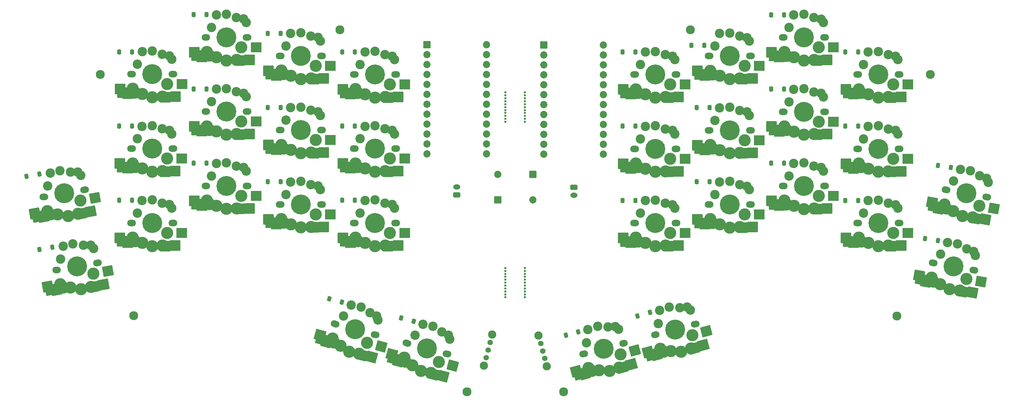
<source format=gbr>
%TF.GenerationSoftware,KiCad,Pcbnew,8.0.4*%
%TF.CreationDate,2024-11-04T14:23:45+01:00*%
%TF.ProjectId,Whiplaesh,57686970-6c61-4657-9368-2e6b69636164,0.1*%
%TF.SameCoordinates,Original*%
%TF.FileFunction,Soldermask,Bot*%
%TF.FilePolarity,Negative*%
%FSLAX46Y46*%
G04 Gerber Fmt 4.6, Leading zero omitted, Abs format (unit mm)*
G04 Created by KiCad (PCBNEW 8.0.4) date 2024-11-04 14:23:45*
%MOMM*%
%LPD*%
G01*
G04 APERTURE LIST*
G04 Aperture macros list*
%AMRoundRect*
0 Rectangle with rounded corners*
0 $1 Rounding radius*
0 $2 $3 $4 $5 $6 $7 $8 $9 X,Y pos of 4 corners*
0 Add a 4 corners polygon primitive as box body*
4,1,4,$2,$3,$4,$5,$6,$7,$8,$9,$2,$3,0*
0 Add four circle primitives for the rounded corners*
1,1,$1+$1,$2,$3*
1,1,$1+$1,$4,$5*
1,1,$1+$1,$6,$7*
1,1,$1+$1,$8,$9*
0 Add four rect primitives between the rounded corners*
20,1,$1+$1,$2,$3,$4,$5,0*
20,1,$1+$1,$4,$5,$6,$7,0*
20,1,$1+$1,$6,$7,$8,$9,0*
20,1,$1+$1,$8,$9,$2,$3,0*%
G04 Aperture macros list end*
%ADD10C,1.801800*%
%ADD11C,3.100000*%
%ADD12C,4.087800*%
%ADD13C,5.100000*%
%ADD14RoundRect,0.050000X-1.300000X-1.300000X1.300000X-1.300000X1.300000X1.300000X-1.300000X1.300000X0*%
%ADD15RoundRect,0.050000X1.275000X1.250000X-1.275000X1.250000X-1.275000X-1.250000X1.275000X-1.250000X0*%
%ADD16C,2.400000*%
%ADD17RoundRect,0.050000X-1.592168X-0.919239X0.919239X-1.592168X1.592168X0.919239X-0.919239X1.592168X0*%
%ADD18RoundRect,0.050000X1.555079X0.877413X-0.908032X1.537402X-1.555079X-0.877413X0.908032X-1.537402X0*%
%ADD19C,0.600000*%
%ADD20RoundRect,0.050000X-1.505993X-1.054507X1.054507X-1.505993X1.505993X1.054507X-1.054507X1.505993X0*%
%ADD21RoundRect,0.050000X1.472690X1.009608X-1.038570X1.452411X-1.472690X-1.009608X1.038570X-1.452411X0*%
%ADD22RoundRect,0.050000X-0.919239X-1.592168X1.592168X-0.919239X0.919239X1.592168X-1.592168X0.919239X0*%
%ADD23RoundRect,0.050000X0.908032X1.537402X-1.555079X0.877413X-0.908032X-1.537402X1.555079X-0.877413X0*%
%ADD24RoundRect,0.050000X-1.054507X-1.505993X1.505993X-1.054507X1.054507X1.505993X-1.505993X1.054507X0*%
%ADD25RoundRect,0.050000X1.038570X1.452411X-1.472690X1.009608X-1.038570X-1.452411X1.472690X-1.009608X0*%
%ADD26RoundRect,0.050000X0.876300X-0.876300X0.876300X0.876300X-0.876300X0.876300X-0.876300X-0.876300X0*%
%ADD27C,1.852600*%
%ADD28C,2.300000*%
%ADD29RoundRect,0.050000X-0.876300X0.876300X-0.876300X-0.876300X0.876300X-0.876300X0.876300X0.876300X0*%
%ADD30C,1.420800*%
%ADD31C,2.106600*%
%ADD32RoundRect,0.250000X-0.250000X-0.400000X0.250000X-0.400000X0.250000X0.400000X-0.250000X0.400000X0*%
%ADD33RoundRect,0.250000X-0.345009X-0.321666X0.137954X-0.451075X0.345009X0.321666X-0.137954X0.451075X0*%
%ADD34RoundRect,0.250000X-0.315661X-0.350511X0.176743X-0.437335X0.315661X0.350511X-0.176743X0.437335X0*%
%ADD35RoundRect,0.250000X-0.176743X-0.437335X0.315661X-0.350511X0.176743X0.437335X-0.315661X0.350511X0*%
%ADD36RoundRect,0.250000X-0.137954X-0.451075X0.345009X-0.321666X0.137954X0.451075X-0.345009X0.321666X0*%
%ADD37RoundRect,0.270833X0.654167X-0.379167X0.654167X0.379167X-0.654167X0.379167X-0.654167X-0.379167X0*%
%ADD38O,1.850000X1.300000*%
%ADD39RoundRect,0.270833X-0.654167X0.379167X-0.654167X-0.379167X0.654167X-0.379167X0.654167X0.379167X0*%
G04 APERTURE END LIST*
D10*
%TO.C,SW1*%
X51772918Y-54464871D03*
X52192918Y-54464871D03*
D11*
X52272918Y-58214871D03*
X52272918Y-58264871D03*
X52872918Y-59164871D03*
X54732918Y-59544871D03*
D12*
X57272918Y-54464871D03*
D13*
X57272918Y-54464871D03*
D11*
X57272918Y-60364871D03*
X59872918Y-60214871D03*
X61082918Y-57004871D03*
D10*
X62352918Y-54464871D03*
X62772918Y-54464871D03*
D14*
X48997918Y-58264871D03*
X49597918Y-59164871D03*
D15*
X50982918Y-59544871D03*
D16*
X59812918Y-49384871D03*
X61672918Y-49764871D03*
X62272918Y-50664871D03*
X53462918Y-51924871D03*
X54672918Y-48714871D03*
X57272918Y-48564871D03*
D14*
X60547918Y-60364871D03*
X63147918Y-60214871D03*
D15*
X64832918Y-57004871D03*
%TD*%
D10*
%TO.C,SW14*%
X180466651Y-73570702D03*
X180886651Y-73570702D03*
D11*
X180966651Y-77320702D03*
X180966651Y-77370702D03*
X181566651Y-78270702D03*
X183426651Y-78650702D03*
D12*
X185966651Y-73570702D03*
D13*
X185966651Y-73570702D03*
D11*
X185966651Y-79470702D03*
X188566651Y-79320702D03*
X189776651Y-76110702D03*
D10*
X191046651Y-73570702D03*
X191466651Y-73570702D03*
D14*
X177691651Y-77370702D03*
X178291651Y-78270702D03*
D15*
X179676651Y-78650702D03*
D16*
X188506651Y-68490702D03*
X190366651Y-68870702D03*
X190966651Y-69770702D03*
X182156651Y-71030702D03*
X183366651Y-67820702D03*
X185966651Y-67670702D03*
D14*
X189241651Y-79470702D03*
X191841651Y-79320702D03*
D15*
X193526651Y-76110702D03*
%TD*%
D10*
%TO.C,SW30*%
X122204444Y-123245367D03*
X122610133Y-123354071D03*
D11*
X121716835Y-126996999D03*
X121703894Y-127045295D03*
X122050513Y-128069920D03*
X123748784Y-128918375D03*
D12*
X127517036Y-124668872D03*
D13*
X127517036Y-124668872D03*
D11*
X125990004Y-130367834D03*
X128540234Y-130895875D03*
X130539813Y-128108424D03*
D10*
X132423939Y-125983673D03*
X132829628Y-126092377D03*
D17*
X118540487Y-126197664D03*
X118887106Y-127222287D03*
D18*
X120126562Y-127947803D03*
D16*
X131285288Y-120419369D03*
X132983559Y-121267824D03*
X133330178Y-122292449D03*
X124494259Y-121229320D03*
X126493838Y-118441869D03*
X129044068Y-118969910D03*
D17*
X129153411Y-131215467D03*
X131703641Y-131743507D03*
D18*
X134162035Y-129078996D03*
%TD*%
D19*
%TO.C,mouse-bite-5mm-slot*%
X152600000Y-59149444D03*
X147600000Y-59149444D03*
X152600000Y-59899443D03*
X152600000Y-59899443D03*
X147600000Y-59899443D03*
X147600000Y-59899443D03*
X152600000Y-60649443D03*
X147600000Y-60649443D03*
X152600000Y-61399443D03*
X147600000Y-61399443D03*
X152600000Y-62149443D03*
X147600000Y-62149443D03*
X152600000Y-62899443D03*
X147600000Y-62899443D03*
X152600000Y-63649443D03*
X147600000Y-63649443D03*
X152600000Y-64399443D03*
X147600000Y-64399443D03*
X152600000Y-65149443D03*
X147600000Y-65149443D03*
X152600000Y-65899443D03*
X147600000Y-65899443D03*
X152600000Y-66649442D03*
X147600000Y-66649442D03*
%TD*%
D10*
%TO.C,SW8*%
X237466651Y-54570702D03*
X237886651Y-54570702D03*
D11*
X237966651Y-58320702D03*
X237966651Y-58370702D03*
X238566651Y-59270702D03*
X240426651Y-59650702D03*
D12*
X242966651Y-54570702D03*
D13*
X242966651Y-54570702D03*
D11*
X242966651Y-60470702D03*
X245566651Y-60320702D03*
X246776651Y-57110702D03*
D10*
X248046651Y-54570702D03*
X248466651Y-54570702D03*
D14*
X234691651Y-58370702D03*
X235291651Y-59270702D03*
D15*
X236676651Y-59650702D03*
D16*
X245506651Y-49490702D03*
X247366651Y-49870702D03*
X247966651Y-50770702D03*
X239156651Y-52030702D03*
X240366651Y-48820702D03*
X242966651Y-48670702D03*
D14*
X246241651Y-60470702D03*
X248841651Y-60320702D03*
D15*
X250526651Y-57110702D03*
%TD*%
D10*
%TO.C,SW28*%
X256812964Y-102729423D03*
X257226584Y-102802355D03*
D11*
X256654188Y-106509276D03*
X256645505Y-106558517D03*
X257080104Y-107549032D03*
X258845863Y-108246245D03*
D12*
X262229407Y-103684488D03*
D13*
X262229407Y-103684488D03*
D11*
X261204883Y-109494854D03*
X263791430Y-109798618D03*
X265540458Y-106847499D03*
D10*
X267232230Y-104566621D03*
X267645850Y-104639553D03*
D20*
X253420260Y-105989819D03*
X253854861Y-106980335D03*
D21*
X255152833Y-107595064D03*
D16*
X265612951Y-99122731D03*
X267378710Y-99819944D03*
X267813309Y-100810459D03*
X258918356Y-100521477D03*
X260667384Y-97570358D03*
X263253931Y-97874122D03*
D20*
X264430128Y-110063552D03*
X267016677Y-110367316D03*
D21*
X269233487Y-107498680D03*
%TD*%
D10*
%TO.C,SW10*%
X51749569Y-73546129D03*
X52169569Y-73546129D03*
D11*
X52249569Y-77296129D03*
X52249569Y-77346129D03*
X52849569Y-78246129D03*
X54709569Y-78626129D03*
D12*
X57249569Y-73546129D03*
D13*
X57249569Y-73546129D03*
D11*
X57249569Y-79446129D03*
X59849569Y-79296129D03*
X61059569Y-76086129D03*
D10*
X62329569Y-73546129D03*
X62749569Y-73546129D03*
D14*
X48974569Y-77346129D03*
X49574569Y-78246129D03*
D15*
X50959569Y-78626129D03*
D16*
X59789569Y-68466129D03*
X61649569Y-68846129D03*
X62249569Y-69746129D03*
X53439569Y-71006129D03*
X54649569Y-67796129D03*
X57249569Y-67646129D03*
D14*
X60524569Y-79446129D03*
X63124569Y-79296129D03*
D15*
X64809569Y-76086129D03*
%TD*%
D10*
%TO.C,SW32*%
X185739183Y-121199389D03*
X186144872Y-121090685D03*
D11*
X187192717Y-124692201D03*
X187205658Y-124740497D03*
X188018151Y-125454539D03*
X189913124Y-125340188D03*
D12*
X191051775Y-119775884D03*
D13*
X191051775Y-119775884D03*
D11*
X192578807Y-125474846D03*
X195051392Y-124657028D03*
X195389353Y-121243235D03*
D10*
X195958678Y-118461083D03*
X196364367Y-118352379D03*
D22*
X184042251Y-125588130D03*
X184854744Y-126302172D03*
D23*
X186290902Y-126310759D03*
D16*
X192190426Y-114211580D03*
X194085399Y-114097229D03*
X194897892Y-114811271D03*
X186714197Y-118308533D03*
X187052158Y-114894740D03*
X189524743Y-114076922D03*
D22*
X195742214Y-124627214D03*
X198214799Y-123809396D03*
D23*
X199011575Y-120272664D03*
%TD*%
D10*
%TO.C,SW17*%
X237466651Y-73570702D03*
X237886651Y-73570702D03*
D11*
X237966651Y-77320702D03*
X237966651Y-77370702D03*
X238566651Y-78270702D03*
X240426651Y-78650702D03*
D12*
X242966651Y-73570702D03*
D13*
X242966651Y-73570702D03*
D11*
X242966651Y-79470702D03*
X245566651Y-79320702D03*
X246776651Y-76110702D03*
D10*
X248046651Y-73570702D03*
X248466651Y-73570702D03*
D14*
X234691651Y-77370702D03*
X235291651Y-78270702D03*
D15*
X236676651Y-78650702D03*
D16*
X245506651Y-68490702D03*
X247366651Y-68870702D03*
X247966651Y-69770702D03*
X239156651Y-71030702D03*
X240366651Y-67820702D03*
X242966651Y-67670702D03*
D14*
X246241651Y-79470702D03*
X248841651Y-79320702D03*
D15*
X250526651Y-76110702D03*
%TD*%
D10*
%TO.C,SW9*%
X29271055Y-85903633D03*
X29684675Y-85830701D03*
D11*
X30414640Y-89509838D03*
X30423322Y-89559078D03*
X31170490Y-90341216D03*
X33068219Y-90392458D03*
D12*
X34687498Y-84948568D03*
D13*
X34687498Y-84948568D03*
D11*
X35712022Y-90758934D03*
X38246475Y-90159727D03*
X38880682Y-86788380D03*
D10*
X39690321Y-84066435D03*
X40103941Y-83993503D03*
D24*
X27198077Y-90127776D03*
X27945245Y-90909914D03*
D25*
X29375190Y-91043638D03*
D16*
X36306777Y-79504678D03*
X38204506Y-79555920D03*
X38951674Y-80338058D03*
X30494314Y-83108756D03*
X31128521Y-79737409D03*
X33662974Y-79138202D03*
D24*
X38937268Y-90190236D03*
X41471721Y-89591032D03*
D25*
X42573711Y-86137199D03*
%TD*%
D26*
%TO.C,RST1*%
X145599569Y-86599445D03*
D27*
X145599569Y-80099444D03*
%TD*%
D28*
%TO.C,H5*%
X256266651Y-54570702D03*
%TD*%
D10*
%TO.C,SW5*%
X180466651Y-54570702D03*
X180886651Y-54570702D03*
D11*
X180966651Y-58320702D03*
X180966651Y-58370702D03*
X181566651Y-59270702D03*
X183426651Y-59650702D03*
D12*
X185966651Y-54570702D03*
D13*
X185966651Y-54570702D03*
D11*
X185966651Y-60470702D03*
X188566651Y-60320702D03*
X189776651Y-57110702D03*
D10*
X191046651Y-54570702D03*
X191466651Y-54570702D03*
D14*
X177691651Y-58370702D03*
X178291651Y-59270702D03*
D15*
X179676651Y-59650702D03*
D16*
X188506651Y-49490702D03*
X190366651Y-49870702D03*
X190966651Y-50770702D03*
X182156651Y-52030702D03*
X183366651Y-48820702D03*
X185966651Y-48670702D03*
D14*
X189241651Y-60470702D03*
X191841651Y-60320702D03*
D15*
X193526651Y-57110702D03*
%TD*%
D29*
%TO.C,RST2*%
X154600000Y-80099443D03*
D27*
X154600000Y-86599444D03*
%TD*%
D10*
%TO.C,SW4*%
X108749569Y-54546129D03*
X109169569Y-54546129D03*
D11*
X109249569Y-58296129D03*
X109249569Y-58346129D03*
X109849569Y-59246129D03*
X111709569Y-59626129D03*
D12*
X114249569Y-54546129D03*
D13*
X114249569Y-54546129D03*
D11*
X114249569Y-60446129D03*
X116849569Y-60296129D03*
X118059569Y-57086129D03*
D10*
X119329569Y-54546129D03*
X119749569Y-54546129D03*
D14*
X105974569Y-58346129D03*
X106574569Y-59246129D03*
D15*
X107959569Y-59626129D03*
D16*
X116789569Y-49466129D03*
X118649569Y-49846129D03*
X119249569Y-50746129D03*
X110439569Y-52006129D03*
X111649569Y-48796129D03*
X114249569Y-48646129D03*
D14*
X117524569Y-60446129D03*
X120124569Y-60296129D03*
D15*
X121809569Y-57086129D03*
%TD*%
D10*
%TO.C,SW24*%
X180466651Y-92570702D03*
X180886651Y-92570702D03*
D11*
X180966651Y-96320702D03*
X180966651Y-96370702D03*
X181566651Y-97270702D03*
X183426651Y-97650702D03*
D12*
X185966651Y-92570702D03*
D13*
X185966651Y-92570702D03*
D11*
X185966651Y-98470702D03*
X188566651Y-98320702D03*
X189776651Y-95110702D03*
D10*
X191046651Y-92570702D03*
X191466651Y-92570702D03*
D14*
X177691651Y-96370702D03*
X178291651Y-97270702D03*
D15*
X179676651Y-97650702D03*
D16*
X188506651Y-87490702D03*
X190366651Y-87870702D03*
X190966651Y-88770702D03*
X182156651Y-90030702D03*
X183366651Y-86820702D03*
X185966651Y-86670702D03*
D14*
X189241651Y-98470702D03*
X191841651Y-98320702D03*
D15*
X193526651Y-95110702D03*
%TD*%
D10*
%TO.C,SW16*%
X218466651Y-64070702D03*
X218886651Y-64070702D03*
D11*
X218966651Y-67820702D03*
X218966651Y-67870702D03*
X219566651Y-68770702D03*
X221426651Y-69150702D03*
D12*
X223966651Y-64070702D03*
D13*
X223966651Y-64070702D03*
D11*
X223966651Y-69970702D03*
X226566651Y-69820702D03*
X227776651Y-66610702D03*
D10*
X229046651Y-64070702D03*
X229466651Y-64070702D03*
D14*
X215691651Y-67870702D03*
X216291651Y-68770702D03*
D15*
X217676651Y-69150702D03*
D16*
X226506651Y-58990702D03*
X228366651Y-59370702D03*
X228966651Y-60270702D03*
X220156651Y-61530702D03*
X221366651Y-58320702D03*
X223966651Y-58170702D03*
D14*
X227241651Y-69970702D03*
X229841651Y-69820702D03*
D15*
X231526651Y-66610702D03*
%TD*%
D10*
%TO.C,SW25*%
X199466651Y-87820702D03*
X199886651Y-87820702D03*
D11*
X199966651Y-91570702D03*
X199966651Y-91620702D03*
X200566651Y-92520702D03*
X202426651Y-92900702D03*
D12*
X204966651Y-87820702D03*
D13*
X204966651Y-87820702D03*
D11*
X204966651Y-93720702D03*
X207566651Y-93570702D03*
X208776651Y-90360702D03*
D10*
X210046651Y-87820702D03*
X210466651Y-87820702D03*
D14*
X196691651Y-91620702D03*
X197291651Y-92520702D03*
D15*
X198676651Y-92900702D03*
D16*
X207506651Y-82740702D03*
X209366651Y-83120702D03*
X209966651Y-84020702D03*
X201156651Y-85280702D03*
X202366651Y-82070702D03*
X204966651Y-81920702D03*
D14*
X208241651Y-93720702D03*
X210841651Y-93570702D03*
D15*
X212526651Y-90360702D03*
%TD*%
D10*
%TO.C,SW2*%
X70749569Y-45046129D03*
X71169569Y-45046129D03*
D11*
X71249569Y-48796129D03*
X71249569Y-48846129D03*
X71849569Y-49746129D03*
X73709569Y-50126129D03*
D12*
X76249569Y-45046129D03*
D13*
X76249569Y-45046129D03*
D11*
X76249569Y-50946129D03*
X78849569Y-50796129D03*
X80059569Y-47586129D03*
D10*
X81329569Y-45046129D03*
X81749569Y-45046129D03*
D14*
X67974569Y-48846129D03*
X68574569Y-49746129D03*
D15*
X69959569Y-50126129D03*
D16*
X78789569Y-39966129D03*
X80649569Y-40346129D03*
X81249569Y-41246129D03*
X72439569Y-42506129D03*
X73649569Y-39296129D03*
X76249569Y-39146129D03*
D14*
X79524569Y-50946129D03*
X82124569Y-50796129D03*
D15*
X83809569Y-47586129D03*
%TD*%
D10*
%TO.C,SW7*%
X218466651Y-45070702D03*
X218886651Y-45070702D03*
D11*
X218966651Y-48820702D03*
X218966651Y-48870702D03*
X219566651Y-49770702D03*
X221426651Y-50150702D03*
D12*
X223966651Y-45070702D03*
D13*
X223966651Y-45070702D03*
D11*
X223966651Y-50970702D03*
X226566651Y-50820702D03*
X227776651Y-47610702D03*
D10*
X229046651Y-45070702D03*
X229466651Y-45070702D03*
D14*
X215691651Y-48870702D03*
X216291651Y-49770702D03*
D15*
X217676651Y-50150702D03*
D16*
X226506651Y-39990702D03*
X228366651Y-40370702D03*
X228966651Y-41270702D03*
X220156651Y-42530702D03*
X221366651Y-39320702D03*
X223966651Y-39170702D03*
D14*
X227241651Y-50970702D03*
X229841651Y-50820702D03*
D15*
X231526651Y-47610702D03*
%TD*%
D28*
%TO.C,H4*%
X52499569Y-116296129D03*
%TD*%
D29*
%TO.C,MCU2*%
X157430000Y-46980000D03*
D27*
X157430000Y-49520000D03*
X157430000Y-52060000D03*
X157430000Y-54600000D03*
X157430000Y-57140000D03*
X157430000Y-59680000D03*
X157430000Y-62220000D03*
X157430000Y-64760000D03*
X157430000Y-67300000D03*
X157430000Y-69840000D03*
X157430000Y-72380000D03*
X157430000Y-74920000D03*
X172670000Y-74920000D03*
X172670000Y-72380000D03*
X172670000Y-69840000D03*
X172670000Y-67300000D03*
X172670000Y-64760000D03*
X172670000Y-62220000D03*
X172670000Y-59680000D03*
X172670000Y-57140000D03*
X172670000Y-54600000D03*
X172670000Y-52060000D03*
X172670000Y-49520000D03*
X172670000Y-46980000D03*
%TD*%
D10*
%TO.C,SW19*%
X32570371Y-104614980D03*
X32983991Y-104542048D03*
D11*
X33713956Y-108221185D03*
X33722638Y-108270425D03*
X34469806Y-109052563D03*
X36367535Y-109103805D03*
D12*
X37986814Y-103659915D03*
D13*
X37986814Y-103659915D03*
D11*
X39011338Y-109470281D03*
X41545791Y-108871074D03*
X42179998Y-105499727D03*
D10*
X42989637Y-102777782D03*
X43403257Y-102704850D03*
D24*
X30497393Y-108839123D03*
X31244561Y-109621261D03*
D25*
X32674506Y-109754985D03*
D16*
X39606093Y-98216025D03*
X41503822Y-98267267D03*
X42250990Y-99049405D03*
X33793630Y-101820103D03*
X34427837Y-98448756D03*
X36962290Y-97849549D03*
D24*
X42236584Y-108901583D03*
X44771037Y-108302379D03*
D25*
X45873027Y-104848546D03*
%TD*%
D10*
%TO.C,SW3*%
X89749570Y-49796129D03*
X90169570Y-49796129D03*
D11*
X90249570Y-53546129D03*
X90249570Y-53596129D03*
X90849570Y-54496129D03*
X92709570Y-54876129D03*
D12*
X95249570Y-49796129D03*
D13*
X95249570Y-49796129D03*
D11*
X95249570Y-55696129D03*
X97849570Y-55546129D03*
X99059570Y-52336129D03*
D10*
X100329570Y-49796129D03*
X100749570Y-49796129D03*
D14*
X86974570Y-53596129D03*
X87574570Y-54496129D03*
D15*
X88959570Y-54876129D03*
D16*
X97789570Y-44716129D03*
X99649570Y-45096129D03*
X100249570Y-45996129D03*
X91439570Y-47256129D03*
X92649570Y-44046129D03*
X95249570Y-43896129D03*
D14*
X98524570Y-55696129D03*
X101124570Y-55546129D03*
D15*
X102809570Y-52336129D03*
%TD*%
D28*
%TO.C,H6*%
X194940000Y-43130000D03*
%TD*%
D10*
%TO.C,SW21*%
X70749569Y-83046129D03*
X71169569Y-83046129D03*
D11*
X71249569Y-86796129D03*
X71249569Y-86846129D03*
X71849569Y-87746129D03*
X73709569Y-88126129D03*
D12*
X76249569Y-83046129D03*
D13*
X76249569Y-83046129D03*
D11*
X76249569Y-88946129D03*
X78849569Y-88796129D03*
X80059569Y-85586129D03*
D10*
X81329569Y-83046129D03*
X81749569Y-83046129D03*
D14*
X67974569Y-86846129D03*
X68574569Y-87746129D03*
D15*
X69959569Y-88126129D03*
D16*
X78789569Y-77966129D03*
X80649569Y-78346129D03*
X81249569Y-79246129D03*
X72439569Y-80506129D03*
X73649569Y-77296129D03*
X76249569Y-77146129D03*
D14*
X79524569Y-88946129D03*
X82124569Y-88796129D03*
D15*
X83809569Y-85586129D03*
%TD*%
D10*
%TO.C,SW29*%
X103851854Y-118327806D03*
X104257543Y-118436510D03*
D11*
X103364245Y-122079438D03*
X103351304Y-122127734D03*
X103697923Y-123152359D03*
X105396194Y-124000814D03*
D12*
X109164446Y-119751311D03*
D13*
X109164446Y-119751311D03*
D11*
X107637414Y-125450273D03*
X110187644Y-125978314D03*
X112187223Y-123190863D03*
D10*
X114071349Y-121066112D03*
X114477038Y-121174816D03*
D17*
X100187897Y-121280103D03*
X100534516Y-122304726D03*
D18*
X101773972Y-123030242D03*
D16*
X112932698Y-115501808D03*
X114630969Y-116350263D03*
X114977588Y-117374888D03*
X106141669Y-116311759D03*
X108141248Y-113524308D03*
X110691478Y-114052349D03*
D17*
X110800821Y-126297906D03*
X113351051Y-126825946D03*
D18*
X115809445Y-124161435D03*
%TD*%
D28*
%TO.C,H1*%
X43949569Y-54546129D03*
%TD*%
D10*
%TO.C,SW26*%
X218466651Y-83070702D03*
X218886651Y-83070702D03*
D11*
X218966651Y-86820702D03*
X218966651Y-86870702D03*
X219566651Y-87770702D03*
X221426651Y-88150702D03*
D12*
X223966651Y-83070702D03*
D13*
X223966651Y-83070702D03*
D11*
X223966651Y-88970702D03*
X226566651Y-88820702D03*
X227776651Y-85610702D03*
D10*
X229046651Y-83070702D03*
X229466651Y-83070702D03*
D14*
X215691651Y-86870702D03*
X216291651Y-87770702D03*
D15*
X217676651Y-88150702D03*
D16*
X226506651Y-77990702D03*
X228366651Y-78370702D03*
X228966651Y-79270702D03*
X220156651Y-80530702D03*
X221366651Y-77320702D03*
X223966651Y-77170702D03*
D14*
X227241651Y-88970702D03*
X229841651Y-88820702D03*
D15*
X231526651Y-85610702D03*
%TD*%
D28*
%TO.C,H8*%
X247716651Y-116320702D03*
%TD*%
D10*
%TO.C,SW23*%
X108749569Y-92546129D03*
X109169569Y-92546129D03*
D11*
X109249569Y-96296129D03*
X109249569Y-96346129D03*
X109849569Y-97246129D03*
X111709569Y-97626129D03*
D12*
X114249569Y-92546129D03*
D13*
X114249569Y-92546129D03*
D11*
X114249569Y-98446129D03*
X116849569Y-98296129D03*
X118059569Y-95086129D03*
D10*
X119329569Y-92546129D03*
X119749569Y-92546129D03*
D14*
X105974569Y-96346129D03*
X106574569Y-97246129D03*
D15*
X107959569Y-97626129D03*
D16*
X116789569Y-87466129D03*
X118649569Y-87846129D03*
X119249569Y-88746129D03*
X110439569Y-90006129D03*
X111649569Y-86796129D03*
X114249569Y-86646129D03*
D14*
X117524569Y-98446129D03*
X120124569Y-98296129D03*
D15*
X121809569Y-95086129D03*
%TD*%
D10*
%TO.C,SW20*%
X51749569Y-92546129D03*
X52169569Y-92546129D03*
D11*
X52249569Y-96296129D03*
X52249569Y-96346129D03*
X52849569Y-97246129D03*
X54709569Y-97626129D03*
D12*
X57249569Y-92546129D03*
D13*
X57249569Y-92546129D03*
D11*
X57249569Y-98446129D03*
X59849569Y-98296129D03*
X61059569Y-95086129D03*
D10*
X62329569Y-92546129D03*
X62749569Y-92546129D03*
D14*
X48974569Y-96346129D03*
X49574569Y-97246129D03*
D15*
X50959569Y-97626129D03*
D16*
X59789569Y-87466129D03*
X61649569Y-87846129D03*
X62249569Y-88746129D03*
X53439569Y-90006129D03*
X54649569Y-86796129D03*
X57249569Y-86646129D03*
D14*
X60524569Y-98446129D03*
X63124569Y-98296129D03*
D15*
X64809569Y-95086129D03*
%TD*%
D10*
%TO.C,SW27*%
X237466651Y-92570702D03*
X237886651Y-92570702D03*
D11*
X237966651Y-96320702D03*
X237966651Y-96370702D03*
X238566651Y-97270702D03*
X240426651Y-97650702D03*
D12*
X242966651Y-92570702D03*
D13*
X242966651Y-92570702D03*
D11*
X242966651Y-98470702D03*
X245566651Y-98320702D03*
X246776651Y-95110702D03*
D10*
X248046651Y-92570702D03*
X248466651Y-92570702D03*
D14*
X234691651Y-96370702D03*
X235291651Y-97270702D03*
D15*
X236676651Y-97650702D03*
D16*
X245506651Y-87490702D03*
X247366651Y-87870702D03*
X247966651Y-88770702D03*
X239156651Y-90030702D03*
X240366651Y-86820702D03*
X242966651Y-86670702D03*
D14*
X246241651Y-98470702D03*
X248841651Y-98320702D03*
D15*
X250526651Y-95110702D03*
%TD*%
D10*
%TO.C,SW13*%
X108749569Y-73546129D03*
X109169569Y-73546129D03*
D11*
X109249569Y-77296129D03*
X109249569Y-77346129D03*
X109849569Y-78246129D03*
X111709569Y-78626129D03*
D12*
X114249569Y-73546129D03*
D13*
X114249569Y-73546129D03*
D11*
X114249569Y-79446129D03*
X116849569Y-79296129D03*
X118059569Y-76086129D03*
D10*
X119329569Y-73546129D03*
X119749569Y-73546129D03*
D14*
X105974569Y-77346129D03*
X106574569Y-78246129D03*
D15*
X107959569Y-78626129D03*
D16*
X116789569Y-68466129D03*
X118649569Y-68846129D03*
X119249569Y-69746129D03*
X110439569Y-71006129D03*
X111649569Y-67796129D03*
X114249569Y-67646129D03*
D14*
X117524569Y-79446129D03*
X120124569Y-79296129D03*
D15*
X121809569Y-76086129D03*
%TD*%
D28*
%TO.C,H7*%
X162450000Y-135750000D03*
%TD*%
D10*
%TO.C,SW22*%
X89749569Y-87796129D03*
X90169569Y-87796129D03*
D11*
X90249569Y-91546129D03*
X90249569Y-91596129D03*
X90849569Y-92496129D03*
X92709569Y-92876129D03*
D12*
X95249569Y-87796129D03*
D13*
X95249569Y-87796129D03*
D11*
X95249569Y-93696129D03*
X97849569Y-93546129D03*
X99059569Y-90336129D03*
D10*
X100329569Y-87796129D03*
X100749569Y-87796129D03*
D14*
X86974569Y-91596129D03*
X87574569Y-92496129D03*
D15*
X88959569Y-92876129D03*
D16*
X97789569Y-82716129D03*
X99649569Y-83096129D03*
X100249569Y-83996129D03*
X91439569Y-85256129D03*
X92649569Y-82046129D03*
X95249569Y-81896129D03*
D14*
X98524569Y-93696129D03*
X101124569Y-93546129D03*
D15*
X102809569Y-90336129D03*
%TD*%
D10*
%TO.C,SW11*%
X70749569Y-64046129D03*
X71169569Y-64046129D03*
D11*
X71249569Y-67796129D03*
X71249569Y-67846129D03*
X71849569Y-68746129D03*
X73709569Y-69126129D03*
D12*
X76249569Y-64046129D03*
D13*
X76249569Y-64046129D03*
D11*
X76249569Y-69946129D03*
X78849569Y-69796129D03*
X80059569Y-66586129D03*
D10*
X81329569Y-64046129D03*
X81749569Y-64046129D03*
D14*
X67974569Y-67846129D03*
X68574569Y-68746129D03*
D15*
X69959569Y-69126129D03*
D16*
X78789569Y-58966129D03*
X80649569Y-59346129D03*
X81249569Y-60246129D03*
X72439569Y-61506129D03*
X73649569Y-58296129D03*
X76249569Y-58146129D03*
D14*
X79524569Y-69946129D03*
X82124569Y-69796129D03*
D15*
X83809569Y-66586129D03*
%TD*%
D30*
%TO.C,PWR2*%
X156600000Y-123349444D03*
X157117638Y-125281296D03*
X157635276Y-127213148D03*
D31*
X156056480Y-121321001D03*
X158178796Y-129241591D03*
%TD*%
D28*
%TO.C,H2*%
X105280000Y-43120000D03*
%TD*%
D19*
%TO.C,mouse-bite-5mm-slot*%
X152601847Y-104053361D03*
X147601847Y-104053361D03*
X152601847Y-104803360D03*
X152601847Y-104803360D03*
X147601847Y-104803360D03*
X147601847Y-104803360D03*
X152601847Y-105553360D03*
X147601847Y-105553360D03*
X152601847Y-106303360D03*
X147601847Y-106303360D03*
X152601847Y-107053360D03*
X147601847Y-107053360D03*
X152601847Y-107803360D03*
X147601847Y-107803360D03*
X152601847Y-108553360D03*
X147601847Y-108553360D03*
X152601847Y-109303360D03*
X147601847Y-109303360D03*
X152601847Y-110053360D03*
X147601847Y-110053360D03*
X152601847Y-110803360D03*
X147601847Y-110803360D03*
X152601847Y-111553359D03*
X147601847Y-111553359D03*
%TD*%
D10*
%TO.C,SW12*%
X89749570Y-68796129D03*
X90169570Y-68796129D03*
D11*
X90249570Y-72546129D03*
X90249570Y-72596129D03*
X90849570Y-73496129D03*
X92709570Y-73876129D03*
D12*
X95249570Y-68796129D03*
D13*
X95249570Y-68796129D03*
D11*
X95249570Y-74696129D03*
X97849570Y-74546129D03*
X99059570Y-71336129D03*
D10*
X100329570Y-68796129D03*
X100749570Y-68796129D03*
D14*
X86974570Y-72596129D03*
X87574570Y-73496129D03*
D15*
X88959570Y-73876129D03*
D16*
X97789570Y-63716129D03*
X99649570Y-64096129D03*
X100249570Y-64996129D03*
X91439570Y-66256129D03*
X92649570Y-63046129D03*
X95249570Y-62896129D03*
D14*
X98524570Y-74696129D03*
X101124570Y-74546129D03*
D15*
X102809570Y-71336129D03*
%TD*%
D10*
%TO.C,SW18*%
X260112280Y-84018076D03*
X260525900Y-84091008D03*
D11*
X259953504Y-87797929D03*
X259944821Y-87847170D03*
X260379420Y-88837685D03*
X262145179Y-89534898D03*
D12*
X265528723Y-84973141D03*
D13*
X265528723Y-84973141D03*
D11*
X264504199Y-90783507D03*
X267090746Y-91087271D03*
X268839774Y-88136152D03*
D10*
X270531546Y-85855274D03*
X270945166Y-85928206D03*
D20*
X256719576Y-87278472D03*
X257154177Y-88268988D03*
D21*
X258452149Y-88883717D03*
D16*
X268912267Y-80411384D03*
X270678026Y-81108597D03*
X271112625Y-82099112D03*
X262217672Y-81810130D03*
X263966700Y-78859011D03*
X266553247Y-79162775D03*
D20*
X267729444Y-91352205D03*
X270315993Y-91655969D03*
D21*
X272532803Y-88787333D03*
%TD*%
D10*
%TO.C,SW31*%
X167386592Y-126116950D03*
X167792281Y-126008246D03*
D11*
X168840126Y-129609762D03*
X168853067Y-129658058D03*
X169665560Y-130372100D03*
X171560533Y-130257749D03*
D12*
X172699184Y-124693445D03*
D13*
X172699184Y-124693445D03*
D11*
X174226216Y-130392407D03*
X176698801Y-129574589D03*
X177036762Y-126160796D03*
D10*
X177606087Y-123378644D03*
X178011776Y-123269940D03*
D22*
X165689660Y-130505691D03*
X166502153Y-131219733D03*
D23*
X167938311Y-131228320D03*
D16*
X173837835Y-119129141D03*
X175732808Y-119014790D03*
X176545301Y-119728832D03*
X168361606Y-123226094D03*
X168699567Y-119812301D03*
X171172152Y-118994483D03*
D22*
X177389623Y-129544775D03*
X179862208Y-128726957D03*
D23*
X180658984Y-125190225D03*
%TD*%
D10*
%TO.C,SW6*%
X199466651Y-49820702D03*
X199886651Y-49820702D03*
D11*
X199966651Y-53570702D03*
X199966651Y-53620702D03*
X200566651Y-54520702D03*
X202426651Y-54900702D03*
D12*
X204966651Y-49820702D03*
D13*
X204966651Y-49820702D03*
D11*
X204966651Y-55720702D03*
X207566651Y-55570702D03*
X208776651Y-52360702D03*
D10*
X210046651Y-49820702D03*
X210466651Y-49820702D03*
D14*
X196691651Y-53620702D03*
X197291651Y-54520702D03*
D15*
X198676651Y-54900702D03*
D16*
X207506651Y-44740702D03*
X209366651Y-45120702D03*
X209966651Y-46020702D03*
X201156651Y-47280702D03*
X202366651Y-44070702D03*
X204966651Y-43920702D03*
D14*
X208241651Y-55720702D03*
X210841651Y-55570702D03*
D15*
X212526651Y-52360702D03*
%TD*%
D10*
%TO.C,SW15*%
X199466651Y-68820702D03*
X199886651Y-68820702D03*
D11*
X199966651Y-72570702D03*
X199966651Y-72620702D03*
X200566651Y-73520702D03*
X202426651Y-73900702D03*
D12*
X204966651Y-68820702D03*
D13*
X204966651Y-68820702D03*
D11*
X204966651Y-74720702D03*
X207566651Y-74570702D03*
X208776651Y-71360702D03*
D10*
X210046651Y-68820702D03*
X210466651Y-68820702D03*
D14*
X196691651Y-72620702D03*
X197291651Y-73520702D03*
D15*
X198676651Y-73900702D03*
D16*
X207506651Y-63740702D03*
X209366651Y-64120702D03*
X209966651Y-65020702D03*
X201156651Y-66280702D03*
X202366651Y-63070702D03*
X204966651Y-62920702D03*
D14*
X208241651Y-74720702D03*
X210841651Y-74570702D03*
D15*
X212526651Y-71360702D03*
%TD*%
D28*
%TO.C,H3*%
X137750000Y-135750000D03*
%TD*%
D29*
%TO.C,MCU1*%
X127480000Y-46930000D03*
D27*
X127480000Y-49470000D03*
X127480000Y-52010000D03*
X127480000Y-54550000D03*
X127480000Y-57090000D03*
X127480000Y-59630000D03*
X127480000Y-62170000D03*
X127480000Y-64710000D03*
X127480000Y-67250000D03*
X127480000Y-69790000D03*
X127480000Y-72330000D03*
X127480000Y-74870000D03*
X142720000Y-74870000D03*
X142720000Y-72330000D03*
X142720000Y-69790000D03*
X142720000Y-67250000D03*
X142720000Y-64710000D03*
X142720000Y-62170000D03*
X142720000Y-59630000D03*
X142720000Y-57090000D03*
X142720000Y-54550000D03*
X142720000Y-52010000D03*
X142720000Y-49470000D03*
X142720000Y-46930000D03*
%TD*%
D30*
%TO.C,PWR1*%
X142647642Y-127017018D03*
X143165280Y-125085166D03*
X143682918Y-123153314D03*
D31*
X142104122Y-129045461D03*
X144226438Y-121124871D03*
%TD*%
D32*
%TO.C,D20*%
X48800000Y-86750000D03*
X52100000Y-86750000D03*
%TD*%
%TO.C,D15*%
X196540000Y-63010000D03*
X199840000Y-63010000D03*
%TD*%
%TO.C,D5*%
X177540000Y-48760000D03*
X180840000Y-48760000D03*
%TD*%
D33*
%TO.C,D30*%
X120912444Y-116845899D03*
X124100000Y-117699999D03*
%TD*%
D34*
%TO.C,D18*%
X258265067Y-77793481D03*
X261514933Y-78366519D03*
%TD*%
D35*
%TO.C,D19*%
X28400000Y-99300000D03*
X31649866Y-98726962D03*
%TD*%
D33*
%TO.C,D29*%
X102559853Y-111928337D03*
X105747409Y-112782437D03*
%TD*%
D32*
%TO.C,D12*%
X86800001Y-63000000D03*
X90100001Y-63000000D03*
%TD*%
%TO.C,D26*%
X215540000Y-77260000D03*
X218840000Y-77260000D03*
%TD*%
%TO.C,D21*%
X67800000Y-77250000D03*
X71100000Y-77250000D03*
%TD*%
%TO.C,D14*%
X177540000Y-67760000D03*
X180840000Y-67760000D03*
%TD*%
D35*
%TO.C,D9*%
X25100685Y-80588652D03*
X28350551Y-80015614D03*
%TD*%
D32*
%TO.C,D23*%
X105800000Y-86750000D03*
X109100000Y-86750000D03*
%TD*%
%TO.C,D27*%
X234540000Y-86760000D03*
X237840000Y-86760000D03*
%TD*%
%TO.C,D10*%
X48800000Y-67750000D03*
X52100000Y-67750000D03*
%TD*%
%TO.C,D25*%
X196540000Y-82010000D03*
X199840000Y-82010000D03*
%TD*%
%TO.C,D17*%
X234540000Y-67760000D03*
X237840000Y-67760000D03*
%TD*%
%TO.C,D7*%
X215540000Y-39260000D03*
X218840000Y-39260000D03*
%TD*%
D36*
%TO.C,D31*%
X163046222Y-121227050D03*
X166233778Y-120372950D03*
%TD*%
D37*
%TO.C,JST1*%
X135100000Y-85349444D03*
D38*
X135100000Y-83349444D03*
%TD*%
D32*
%TO.C,D4*%
X105800000Y-48750000D03*
X109100000Y-48750000D03*
%TD*%
%TO.C,D11*%
X67800000Y-58250000D03*
X71100000Y-58250000D03*
%TD*%
%TO.C,D1*%
X48800000Y-48750000D03*
X52100000Y-48750000D03*
%TD*%
%TO.C,D3*%
X86800001Y-44000000D03*
X90100001Y-44000000D03*
%TD*%
%TO.C,D22*%
X86800000Y-82000000D03*
X90100000Y-82000000D03*
%TD*%
%TO.C,D8*%
X234540000Y-48760000D03*
X237840000Y-48760000D03*
%TD*%
%TO.C,D2*%
X67800000Y-39250000D03*
X71100000Y-39250000D03*
%TD*%
D34*
%TO.C,D28*%
X254965752Y-96504829D03*
X258215618Y-97077867D03*
%TD*%
D36*
%TO.C,D32*%
X181398813Y-116309488D03*
X184586369Y-115455388D03*
%TD*%
D32*
%TO.C,D16*%
X215540000Y-58260000D03*
X218840000Y-58260000D03*
%TD*%
%TO.C,D13*%
X105800000Y-67750000D03*
X109100000Y-67750000D03*
%TD*%
%TO.C,D24*%
X177540000Y-86760000D03*
X180840000Y-86760000D03*
%TD*%
%TO.C,D6*%
X195132500Y-47050000D03*
X198432500Y-47050000D03*
%TD*%
D38*
%TO.C,JST2*%
X165130000Y-85400000D03*
D39*
X165130000Y-83400000D03*
%TD*%
M02*

</source>
